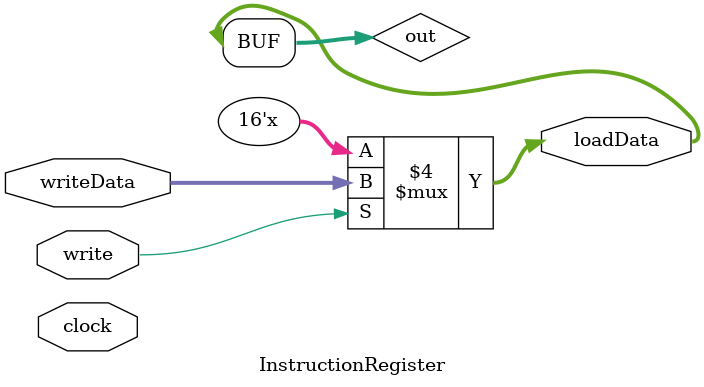
<source format=v>
module InstructionRegister(
	input         clock,
	input         write,
	input [0:15]  writeData,
	output [0:15] loadData);

	reg [15:0]    out = 16'b0;

	always @ (clock) begin
		if (write) out = writeData;
	end

	assign loadData = out;
endmodule
</source>
